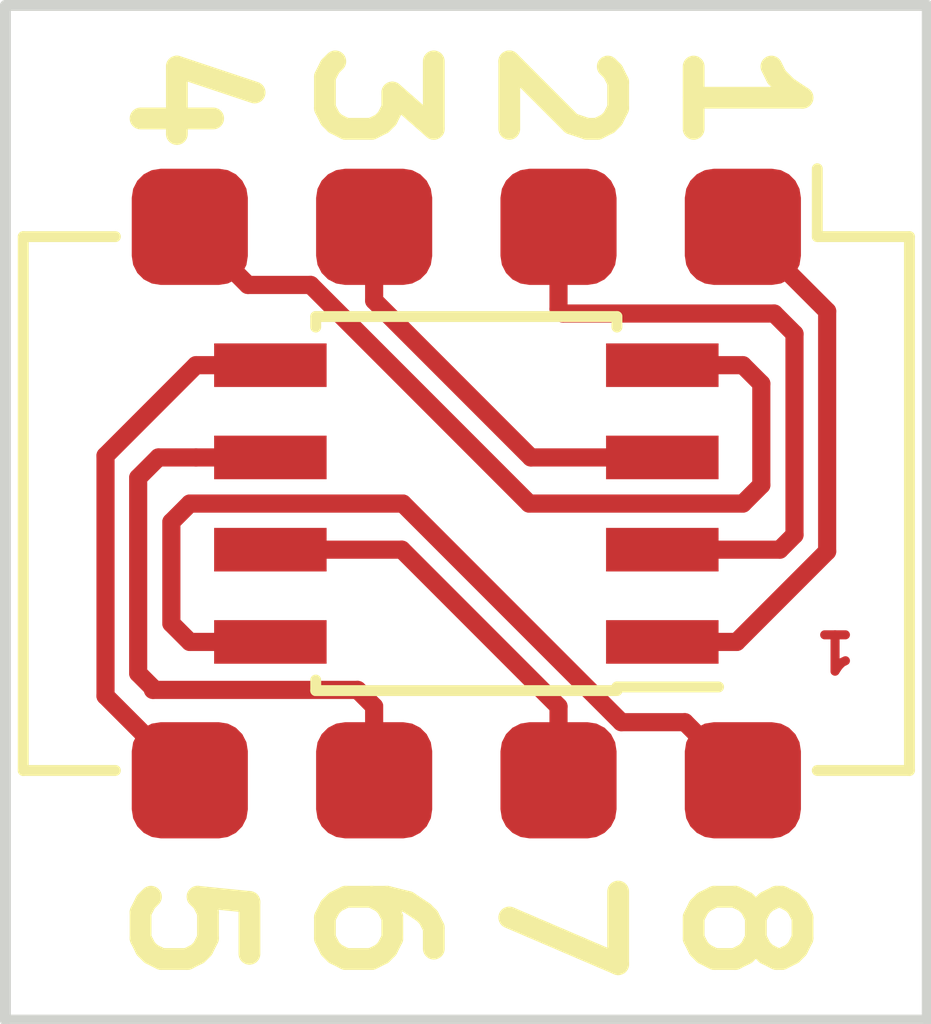
<source format=kicad_pcb>
(kicad_pcb (version 20171130) (host pcbnew "(5.0.1)-3")

  (general
    (thickness 1.6)
    (drawings 13)
    (tracks 46)
    (zones 0)
    (modules 2)
    (nets 9)
  )

  (page USLetter)
  (layers
    (0 F.Cu signal)
    (31 B.Cu signal)
    (32 B.Adhes user)
    (33 F.Adhes user)
    (34 B.Paste user)
    (35 F.Paste user)
    (36 B.SilkS user)
    (37 F.SilkS user)
    (38 B.Mask user)
    (39 F.Mask user)
    (40 Dwgs.User user)
    (41 Cmts.User user)
    (42 Eco1.User user)
    (43 Eco2.User user)
    (44 Edge.Cuts user)
    (45 Margin user)
    (46 B.CrtYd user)
    (47 F.CrtYd user)
    (48 B.Fab user)
    (49 F.Fab user)
  )

  (setup
    (last_trace_width 0.25)
    (trace_clearance 0.2)
    (zone_clearance 0.508)
    (zone_45_only no)
    (trace_min 0.2)
    (segment_width 0.2)
    (edge_width 0.15)
    (via_size 0.6)
    (via_drill 0.4)
    (via_min_size 0.4)
    (via_min_drill 0.3)
    (uvia_size 0.3)
    (uvia_drill 0.1)
    (uvias_allowed no)
    (uvia_min_size 0.2)
    (uvia_min_drill 0.1)
    (pcb_text_width 0.3)
    (pcb_text_size 1.5 1.5)
    (mod_edge_width 0.15)
    (mod_text_size 1 1)
    (mod_text_width 0.15)
    (pad_size 1.6 1.6)
    (pad_drill 0)
    (pad_to_mask_clearance 0.2)
    (solder_mask_min_width 0.25)
    (aux_axis_origin 0 0)
    (visible_elements 7FEFFFF7)
    (pcbplotparams
      (layerselection 0x010f0_80000001)
      (usegerberextensions false)
      (usegerberattributes false)
      (usegerberadvancedattributes false)
      (creategerberjobfile false)
      (excludeedgelayer true)
      (linewidth 0.100000)
      (plotframeref false)
      (viasonmask false)
      (mode 1)
      (useauxorigin false)
      (hpglpennumber 1)
      (hpglpenspeed 20)
      (hpglpendiameter 15.000000)
      (psnegative false)
      (psa4output false)
      (plotreference false)
      (plotvalue false)
      (plotinvisibletext false)
      (padsonsilk false)
      (subtractmaskfromsilk true)
      (outputformat 1)
      (mirror false)
      (drillshape 0)
      (scaleselection 1)
      (outputdirectory ""))
  )

  (net 0 "")
  (net 1 "Net-(P1-Pad1)")
  (net 2 "Net-(P1-Pad2)")
  (net 3 "Net-(P1-Pad3)")
  (net 4 "Net-(P1-Pad4)")
  (net 5 "Net-(P1-Pad5)")
  (net 6 "Net-(P1-Pad6)")
  (net 7 "Net-(P1-Pad7)")
  (net 8 "Net-(P1-Pad8)")

  (net_class Default "This is the default net class."
    (clearance 0.2)
    (trace_width 0.25)
    (via_dia 0.6)
    (via_drill 0.4)
    (uvia_dia 0.3)
    (uvia_drill 0.1)
    (add_net "Net-(P1-Pad1)")
    (add_net "Net-(P1-Pad2)")
    (add_net "Net-(P1-Pad3)")
    (add_net "Net-(P1-Pad4)")
    (add_net "Net-(P1-Pad5)")
    (add_net "Net-(P1-Pad6)")
    (add_net "Net-(P1-Pad7)")
    (add_net "Net-(P1-Pad8)")
  )

  (module Housings_DIP:DIP-8_W7.62mm (layer F.Cu) (tedit 5BE45947) (tstamp 58117399)
    (at 156.21 103.378 270)
    (descr "8-lead dip package, row spacing 7.62 mm (300 mils)")
    (tags "dil dip 2.54 300")
    (path /58116F0E)
    (fp_text reference P1 (at 0 -5.22 270) (layer F.SilkS) hide
      (effects (font (size 1 1) (thickness 0.15)))
    )
    (fp_text value DIL8 (at 0 -3.72 270) (layer F.Fab) hide
      (effects (font (size 1 1) (thickness 0.15)))
    )
    (fp_line (start -1.05 -2.45) (end -1.05 10.1) (layer F.CrtYd) (width 0.05))
    (fp_line (start 8.65 -2.45) (end 8.65 10.1) (layer F.CrtYd) (width 0.05))
    (fp_line (start -1.05 -2.45) (end 8.65 -2.45) (layer F.CrtYd) (width 0.05))
    (fp_line (start -1.05 10.1) (end 8.65 10.1) (layer F.CrtYd) (width 0.05))
    (fp_line (start 0.135 -2.295) (end 0.135 -1.025) (layer F.SilkS) (width 0.15))
    (fp_line (start 7.485 -2.295) (end 7.485 -1.025) (layer F.SilkS) (width 0.15))
    (fp_line (start 7.485 9.915) (end 7.485 8.645) (layer F.SilkS) (width 0.15))
    (fp_line (start 0.135 9.915) (end 0.135 8.645) (layer F.SilkS) (width 0.15))
    (fp_line (start 0.135 -2.295) (end 7.485 -2.295) (layer F.SilkS) (width 0.15))
    (fp_line (start 0.135 9.915) (end 7.485 9.915) (layer F.SilkS) (width 0.15))
    (fp_line (start 0.135 -1.025) (end -0.8 -1.025) (layer F.SilkS) (width 0.15))
    (pad 1 smd roundrect (at 0 0 270) (size 1.6 1.6) (layers F.Cu F.Paste F.Mask) (roundrect_rratio 0.25)
      (net 1 "Net-(P1-Pad1)"))
    (pad 2 smd roundrect (at 0 2.54 270) (size 1.6 1.6) (layers F.Cu F.Paste F.Mask) (roundrect_rratio 0.25)
      (net 2 "Net-(P1-Pad2)"))
    (pad 3 smd roundrect (at 0 5.08 270) (size 1.6 1.6) (layers F.Cu F.Paste F.Mask) (roundrect_rratio 0.25)
      (net 3 "Net-(P1-Pad3)"))
    (pad 4 smd roundrect (at 0 7.62 270) (size 1.6 1.6) (layers F.Cu F.Paste F.Mask) (roundrect_rratio 0.25)
      (net 4 "Net-(P1-Pad4)"))
    (pad 5 smd roundrect (at 7.62 7.62 270) (size 1.6 1.6) (layers F.Cu F.Paste F.Mask) (roundrect_rratio 0.25)
      (net 5 "Net-(P1-Pad5)"))
    (pad 6 smd roundrect (at 7.62 5.08 270) (size 1.6 1.6) (layers F.Cu F.Paste F.Mask) (roundrect_rratio 0.25)
      (net 6 "Net-(P1-Pad6)"))
    (pad 7 smd roundrect (at 7.62 2.54 270) (size 1.6 1.6) (layers F.Cu F.Paste F.Mask) (roundrect_rratio 0.25)
      (net 7 "Net-(P1-Pad7)"))
    (pad 8 smd roundrect (at 7.62 0 270) (size 1.6 1.6) (layers F.Cu F.Paste F.Mask) (roundrect_rratio 0.25)
      (net 8 "Net-(P1-Pad8)"))
    (model Housings_DIP.3dshapes/DIP-8_W7.62mm.wrl
      (at (xyz 0 0 0))
      (scale (xyz 1 1 1))
      (rotate (xyz 0 0 0))
    )
  )

  (module Housings_SOIC:SOIC-8_3.9x4.9mm_Pitch1.27mm (layer F.Cu) (tedit 581294E2) (tstamp 581173A5)
    (at 152.4 107.188 180)
    (descr "8-Lead Plastic Small Outline (SN) - Narrow, 3.90 mm Body [SOIC] (see Microchip Packaging Specification 00000049BS.pdf)")
    (tags "SOIC 1.27")
    (path /58116F91)
    (attr smd)
    (fp_text reference U1 (at 0 -3.5 180) (layer F.SilkS) hide
      (effects (font (size 1 1) (thickness 0.15)))
    )
    (fp_text value TL072 (at 0 3.5 180) (layer F.Fab) hide
      (effects (font (size 1 1) (thickness 0.15)))
    )
    (fp_line (start -0.95 -2.45) (end 1.95 -2.45) (layer F.Fab) (width 0.15))
    (fp_line (start 1.95 -2.45) (end 1.95 2.45) (layer F.Fab) (width 0.15))
    (fp_line (start 1.95 2.45) (end -1.95 2.45) (layer F.Fab) (width 0.15))
    (fp_line (start -1.95 2.45) (end -1.95 -1.45) (layer F.Fab) (width 0.15))
    (fp_line (start -1.95 -1.45) (end -0.95 -2.45) (layer F.Fab) (width 0.15))
    (fp_line (start -3.75 -2.75) (end -3.75 2.75) (layer F.CrtYd) (width 0.05))
    (fp_line (start 3.75 -2.75) (end 3.75 2.75) (layer F.CrtYd) (width 0.05))
    (fp_line (start -3.75 -2.75) (end 3.75 -2.75) (layer F.CrtYd) (width 0.05))
    (fp_line (start -3.75 2.75) (end 3.75 2.75) (layer F.CrtYd) (width 0.05))
    (fp_line (start -2.075 -2.575) (end -2.075 -2.525) (layer F.SilkS) (width 0.15))
    (fp_line (start 2.075 -2.575) (end 2.075 -2.43) (layer F.SilkS) (width 0.15))
    (fp_line (start 2.075 2.575) (end 2.075 2.43) (layer F.SilkS) (width 0.15))
    (fp_line (start -2.075 2.575) (end -2.075 2.43) (layer F.SilkS) (width 0.15))
    (fp_line (start -2.075 -2.575) (end 2.075 -2.575) (layer F.SilkS) (width 0.15))
    (fp_line (start -2.075 2.575) (end 2.075 2.575) (layer F.SilkS) (width 0.15))
    (fp_line (start -2.075 -2.525) (end -3.475 -2.525) (layer F.SilkS) (width 0.15))
    (pad 1 smd rect (at -2.7 -1.905 180) (size 1.55 0.6) (layers F.Cu F.Paste F.Mask)
      (net 1 "Net-(P1-Pad1)"))
    (pad 2 smd rect (at -2.7 -0.635 180) (size 1.55 0.6) (layers F.Cu F.Paste F.Mask)
      (net 2 "Net-(P1-Pad2)"))
    (pad 3 smd rect (at -2.7 0.635 180) (size 1.55 0.6) (layers F.Cu F.Paste F.Mask)
      (net 3 "Net-(P1-Pad3)"))
    (pad 4 smd rect (at -2.7 1.905 180) (size 1.55 0.6) (layers F.Cu F.Paste F.Mask)
      (net 4 "Net-(P1-Pad4)"))
    (pad 5 smd rect (at 2.7 1.905 180) (size 1.55 0.6) (layers F.Cu F.Paste F.Mask)
      (net 5 "Net-(P1-Pad5)"))
    (pad 6 smd rect (at 2.7 0.635 180) (size 1.55 0.6) (layers F.Cu F.Paste F.Mask)
      (net 6 "Net-(P1-Pad6)"))
    (pad 7 smd rect (at 2.7 -0.635 180) (size 1.55 0.6) (layers F.Cu F.Paste F.Mask)
      (net 7 "Net-(P1-Pad7)"))
    (pad 8 smd rect (at 2.7 -1.905 180) (size 1.55 0.6) (layers F.Cu F.Paste F.Mask)
      (net 8 "Net-(P1-Pad8)"))
    (model Housings_SOIC.3dshapes/SOIC-8_3.9x4.9mm_Pitch1.27mm.wrl
      (at (xyz 0 0 0))
      (scale (xyz 1 1 1))
      (rotate (xyz 0 0 0))
    )
  )

  (gr_text 1 (at 157.48 109.22 180) (layer F.Cu)
    (effects (font (size 0.5 0.5) (thickness 0.125)))
  )
  (gr_text 4 (at 148.59 101.6 -90) (layer F.SilkS)
    (effects (font (size 1.5 1.5) (thickness 0.3)))
  )
  (gr_text 3 (at 151.13 101.6 -90) (layer F.SilkS)
    (effects (font (size 1.5 1.5) (thickness 0.3)))
  )
  (gr_text 2 (at 153.67 101.6 -90) (layer F.SilkS)
    (effects (font (size 1.5 1.5) (thickness 0.3)))
  )
  (gr_text 1 (at 156.21 101.6 -90) (layer F.SilkS)
    (effects (font (size 1.5 1.5) (thickness 0.3)))
  )
  (gr_text 5 (at 148.59 113.03 -90) (layer F.SilkS)
    (effects (font (size 1.5 1.5) (thickness 0.3)))
  )
  (gr_text 6 (at 151.13 113.03 -90) (layer F.SilkS)
    (effects (font (size 1.5 1.5) (thickness 0.3)))
  )
  (gr_text 7 (at 153.67 113.03 -90) (layer F.SilkS)
    (effects (font (size 1.5 1.5) (thickness 0.3)))
  )
  (gr_text 8 (at 156.21 113.03 -90) (layer F.SilkS)
    (effects (font (size 1.5 1.5) (thickness 0.3)))
  )
  (gr_line (start 146.05 114.3) (end 146.05 100.33) (layer Edge.Cuts) (width 0.15))
  (gr_line (start 158.75 114.3) (end 146.05 114.3) (layer Edge.Cuts) (width 0.15))
  (gr_line (start 158.75 100.33) (end 158.75 114.3) (layer Edge.Cuts) (width 0.15))
  (gr_line (start 146.05 100.33) (end 158.75 100.33) (layer Edge.Cuts) (width 0.15))

  (segment (start 156.21 103.378) (end 157.371209 104.539209) (width 0.25) (layer F.Cu) (net 1))
  (segment (start 157.371209 104.539209) (end 157.371209 107.846791) (width 0.25) (layer F.Cu) (net 1))
  (segment (start 157.371209 107.846791) (end 156.125 109.093) (width 0.25) (layer F.Cu) (net 1))
  (segment (start 156.125 109.093) (end 155.1 109.093) (width 0.25) (layer F.Cu) (net 1))
  (segment (start 155.1 107.823) (end 156.718 107.823) (width 0.25) (layer F.Cu) (net 2))
  (segment (start 156.718 107.823) (end 156.9212 107.6198) (width 0.25) (layer F.Cu) (net 2))
  (segment (start 156.9212 107.6198) (end 156.9212 104.8512) (width 0.25) (layer F.Cu) (net 2))
  (segment (start 156.9212 104.8512) (end 156.6418 104.5718) (width 0.25) (layer F.Cu) (net 2))
  (segment (start 156.6418 104.5718) (end 153.73243 104.5718) (width 0.25) (layer F.Cu) (net 2))
  (segment (start 153.73243 104.5718) (end 153.67 104.50937) (width 0.25) (layer F.Cu) (net 2))
  (segment (start 153.67 104.50937) (end 153.67 103.378) (width 0.25) (layer F.Cu) (net 2))
  (segment (start 151.13 104.394) (end 151.13 103.378) (width 0.25) (layer F.Cu) (net 3))
  (segment (start 153.289 106.553) (end 151.13 104.394) (width 0.25) (layer F.Cu) (net 3))
  (segment (start 155.1 106.553) (end 153.289 106.553) (width 0.25) (layer F.Cu) (net 3))
  (segment (start 155.1 105.283) (end 156.21 105.283) (width 0.25) (layer F.Cu) (net 4))
  (segment (start 150.255001 104.177999) (end 149.389999 104.177999) (width 0.25) (layer F.Cu) (net 4))
  (segment (start 156.21 105.283) (end 156.464 105.537) (width 0.25) (layer F.Cu) (net 4))
  (segment (start 149.389999 104.177999) (end 148.59 103.378) (width 0.25) (layer F.Cu) (net 4))
  (segment (start 156.464 105.537) (end 156.464 106.934) (width 0.25) (layer F.Cu) (net 4))
  (segment (start 156.464 106.934) (end 156.21 107.188) (width 0.25) (layer F.Cu) (net 4))
  (segment (start 156.21 107.188) (end 153.265002 107.188) (width 0.25) (layer F.Cu) (net 4))
  (segment (start 153.265002 107.188) (end 150.255001 104.177999) (width 0.25) (layer F.Cu) (net 4))
  (segment (start 148.59 110.998) (end 147.428791 109.836791) (width 0.25) (layer F.Cu) (net 5))
  (segment (start 147.428791 109.836791) (end 147.428791 106.529209) (width 0.25) (layer F.Cu) (net 5))
  (segment (start 147.428791 106.529209) (end 148.675 105.283) (width 0.25) (layer F.Cu) (net 5))
  (segment (start 148.675 105.283) (end 149.7 105.283) (width 0.25) (layer F.Cu) (net 5))
  (segment (start 151.13 110.998) (end 151.13 109.982) (width 0.25) (layer F.Cu) (net 6))
  (segment (start 151.13 109.982) (end 150.9014 109.7534) (width 0.25) (layer F.Cu) (net 6))
  (segment (start 150.9014 109.7534) (end 148.082 109.7534) (width 0.25) (layer F.Cu) (net 6))
  (segment (start 148.1582 106.553) (end 148.675 106.553) (width 0.25) (layer F.Cu) (net 6))
  (segment (start 148.082 109.7534) (end 148.082 109.728) (width 0.25) (layer F.Cu) (net 6))
  (segment (start 148.082 109.728) (end 147.8788 109.5248) (width 0.25) (layer F.Cu) (net 6))
  (segment (start 147.8788 109.5248) (end 147.8788 106.8324) (width 0.25) (layer F.Cu) (net 6))
  (segment (start 147.8788 106.8324) (end 148.1582 106.553) (width 0.25) (layer F.Cu) (net 6))
  (segment (start 148.675 106.553) (end 149.7 106.553) (width 0.25) (layer F.Cu) (net 6))
  (segment (start 149.7 107.823) (end 151.511 107.823) (width 0.25) (layer F.Cu) (net 7))
  (segment (start 153.67 109.982) (end 153.67 110.998) (width 0.25) (layer F.Cu) (net 7))
  (segment (start 151.511 107.823) (end 153.67 109.982) (width 0.25) (layer F.Cu) (net 7))
  (segment (start 148.59 109.093) (end 149.7 109.093) (width 0.25) (layer F.Cu) (net 8))
  (segment (start 148.336 108.839) (end 148.59 109.093) (width 0.25) (layer F.Cu) (net 8))
  (segment (start 148.336 107.442) (end 148.336 108.839) (width 0.25) (layer F.Cu) (net 8))
  (segment (start 148.59 107.188) (end 148.336 107.442) (width 0.25) (layer F.Cu) (net 8))
  (segment (start 151.525002 107.188) (end 148.59 107.188) (width 0.25) (layer F.Cu) (net 8))
  (segment (start 156.21 110.998) (end 155.410001 110.198001) (width 0.25) (layer F.Cu) (net 8))
  (segment (start 155.410001 110.198001) (end 154.535003 110.198001) (width 0.25) (layer F.Cu) (net 8))
  (segment (start 154.535003 110.198001) (end 151.525002 107.188) (width 0.25) (layer F.Cu) (net 8))

)

</source>
